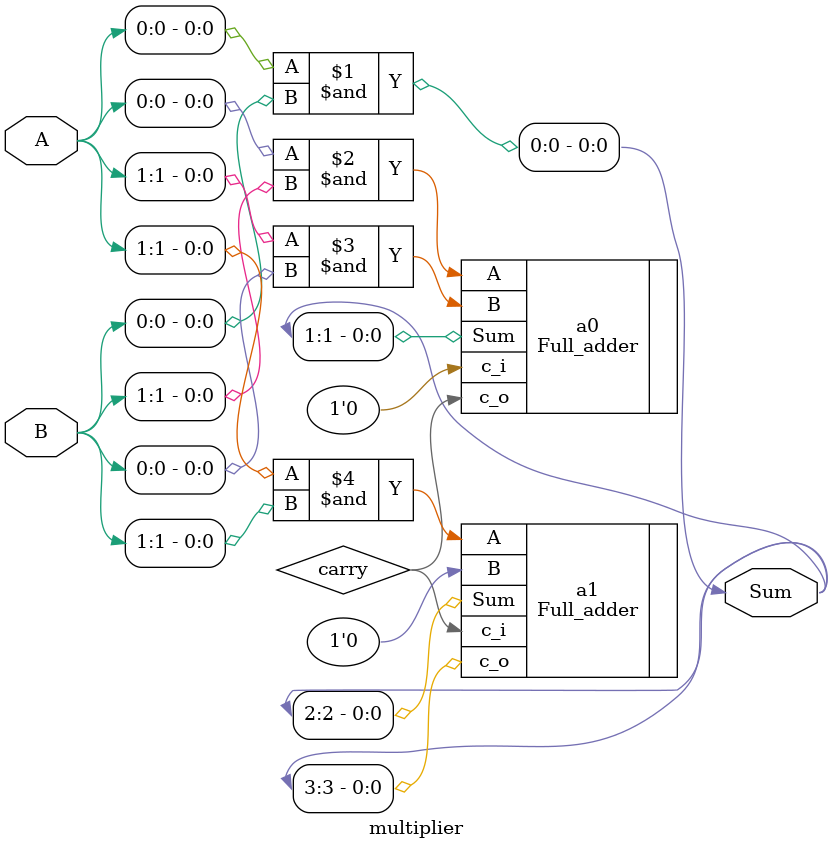
<source format=v>
`timescale 1ns/1ps

module multiplier
(
  input [1:0] A,
  input [1:0] B,
  output [3:0] Sum
);

  wire carry;	
  assign Sum[0] = A[0]&B[0];
  
  Full_adder a0 (.A(A[0]&B[1]),
                .B(A[1]&B[0]),
	        .c_i(1'b0),
                .Sum(Sum[1]),
 	        .c_o(carry)
               );

  Full_adder a1 (.A(A[1]&B[1]),
                .B(1'b0),
	        .c_i(carry),
                .Sum(Sum[2]),
 	        .c_o(Sum[3])
               );

endmodule

</source>
